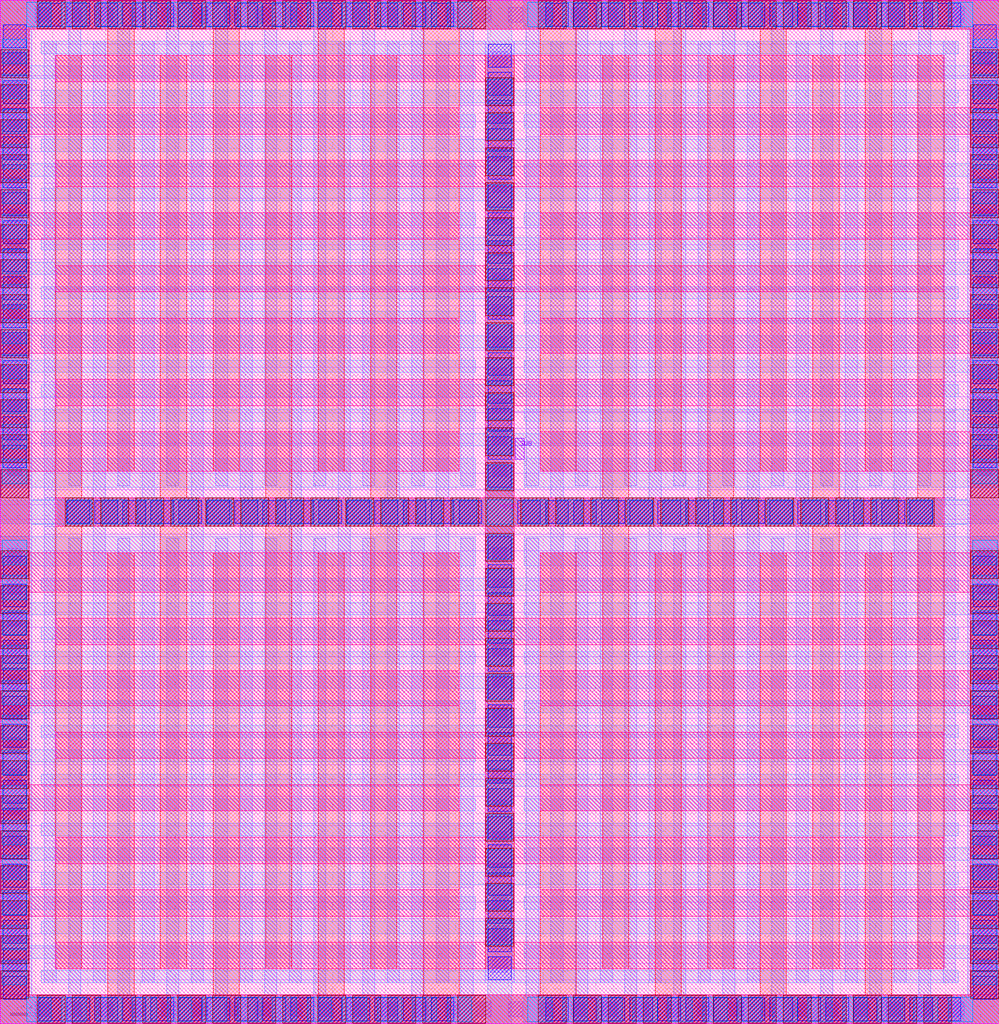
<source format=lef>
# Copyright 2020 The SkyWater PDK Authors
#
# Licensed under the Apache License, Version 2.0 (the "License");
# you may not use this file except in compliance with the License.
# You may obtain a copy of the License at
#
#     https://www.apache.org/licenses/LICENSE-2.0
#
# Unless required by applicable law or agreed to in writing, software
# distributed under the License is distributed on an "AS IS" BASIS,
# WITHOUT WARRANTIES OR CONDITIONS OF ANY KIND, either express or implied.
# See the License for the specific language governing permissions and
# limitations under the License.
#
# SPDX-License-Identifier: Apache-2.0

VERSION 5.7 ;
  NOWIREEXTENSIONATPIN ON ;
  DIVIDERCHAR "/" ;
  BUSBITCHARS "[]" ;
MACRO sky130_fd_pr__cap_vpp_11p5x11p7_l1m1m2m3m4_shieldm5
  CLASS BLOCK ;
  FOREIGN sky130_fd_pr__cap_vpp_11p5x11p7_l1m1m2m3m4_shieldm5 ;
  ORIGIN  0.000000  0.000000 ;
  SIZE  11.41000 BY  11.69000 ;
  PIN C0
    PORT
      LAYER met4 ;
        RECT  0.000000  0.000000 11.410000  0.330000 ;
        RECT  0.000000  0.330000  0.330000  1.230000 ;
        RECT  0.000000  1.230000  5.240000  1.530000 ;
        RECT  0.000000  1.530000  0.330000  2.430000 ;
        RECT  0.000000  2.430000  5.240000  2.730000 ;
        RECT  0.000000  2.730000  0.330000  3.630000 ;
        RECT  0.000000  3.630000  5.240000  4.030000 ;
        RECT  0.000000  4.030000  0.330000  4.930000 ;
        RECT  0.000000  4.930000  5.240000  5.380000 ;
        RECT  0.000000  5.380000  0.330000  6.310000 ;
        RECT  0.000000  6.310000  5.240000  6.760000 ;
        RECT  0.000000  6.760000  0.330000  7.660000 ;
        RECT  0.000000  7.660000  5.240000  8.060000 ;
        RECT  0.000000  8.060000  0.330000  8.960000 ;
        RECT  0.000000  8.960000  5.240000  9.260000 ;
        RECT  0.000000  9.260000  0.330000 10.160000 ;
        RECT  0.000000 10.160000  5.240000 10.460000 ;
        RECT  0.000000 10.460000  0.330000 11.360000 ;
        RECT  0.000000 11.360000 11.410000 11.690000 ;
        RECT  6.170000  1.230000 11.410000  1.530000 ;
        RECT  6.170000  2.430000 11.410000  2.730000 ;
        RECT  6.170000  3.630000 11.410000  4.030000 ;
        RECT  6.170000  4.930000 11.410000  5.380000 ;
        RECT  6.170000  6.310000 11.410000  6.760000 ;
        RECT  6.170000  7.660000 11.410000  8.060000 ;
        RECT  6.170000  8.960000 11.410000  9.260000 ;
        RECT  6.170000 10.160000 11.410000 10.460000 ;
        RECT 11.080000  0.330000 11.410000  1.230000 ;
        RECT 11.080000  1.530000 11.410000  2.430000 ;
        RECT 11.080000  2.730000 11.410000  3.630000 ;
        RECT 11.080000  4.030000 11.410000  4.930000 ;
        RECT 11.080000  5.380000 11.410000  6.310000 ;
        RECT 11.080000  6.760000 11.410000  7.660000 ;
        RECT 11.080000  8.060000 11.410000  8.960000 ;
        RECT 11.080000  9.260000 11.410000 10.160000 ;
        RECT 11.080000 10.460000 11.410000 11.360000 ;
    END
  END C0
  PIN C1
    PORT
      LAYER met4 ;
        RECT 0.630000  0.630000 10.780000  0.930000 ;
        RECT 0.630000  1.830000 10.780000  2.130000 ;
        RECT 0.630000  3.030000 10.780000  3.330000 ;
        RECT 0.630000  4.330000 10.780000  4.630000 ;
        RECT 0.630000  5.680000 10.780000  6.010000 ;
        RECT 0.630000  7.060000 10.780000  7.360000 ;
        RECT 0.630000  8.360000 10.780000  8.660000 ;
        RECT 0.630000  9.560000 10.780000  9.860000 ;
        RECT 0.630000 10.760000 10.780000 11.060000 ;
        RECT 5.540000  0.930000  5.870000  1.830000 ;
        RECT 5.540000  2.130000  5.870000  3.030000 ;
        RECT 5.540000  3.330000  5.870000  4.330000 ;
        RECT 5.540000  4.630000  5.870000  5.680000 ;
        RECT 5.540000  6.010000  5.870000  7.060000 ;
        RECT 5.540000  7.360000  5.870000  8.360000 ;
        RECT 5.540000  8.660000  5.870000  9.560000 ;
        RECT 5.540000  9.860000  5.870000 10.760000 ;
    END
  END C1
  PIN MET5
    PORT
      LAYER met5 ;
        RECT 0.000000 0.000000 11.410000 11.690000 ;
    END
  END MET5
  PIN SUB
    PORT
      LAYER pwell ;
        RECT 5.880000 6.445000 5.985000 6.690000 ;
    END
  END SUB
  OBS
    LAYER li1 ;
      RECT  0.000000  0.000000 11.410000  0.330000 ;
      RECT  0.000000  0.330000  0.330000  0.860000 ;
      RECT  0.000000  0.860000  5.400000  1.030000 ;
      RECT  0.000000  1.030000  0.330000  1.560000 ;
      RECT  0.000000  1.560000  5.400000  1.730000 ;
      RECT  0.000000  1.730000  0.330000  2.260000 ;
      RECT  0.000000  2.260000  5.400000  2.430000 ;
      RECT  0.000000  2.430000  0.330000  2.960000 ;
      RECT  0.000000  2.960000  5.400000  3.130000 ;
      RECT  0.000000  3.130000  0.330000  3.660000 ;
      RECT  0.000000  3.660000  5.400000  3.830000 ;
      RECT  0.000000  3.830000  0.330000  4.360000 ;
      RECT  0.000000  4.360000  5.400000  4.530000 ;
      RECT  0.000000  4.530000  0.330000  5.060000 ;
      RECT  0.000000  5.060000  5.400000  5.230000 ;
      RECT  0.000000  5.230000  0.330000  5.760000 ;
      RECT  0.000000  5.760000  5.400000  5.930000 ;
      RECT  0.000000  5.930000  0.330000  6.460000 ;
      RECT  0.000000  6.460000  5.400000  6.630000 ;
      RECT  0.000000  6.630000  0.330000  7.150000 ;
      RECT  0.000000  7.150000  5.400000  7.330000 ;
      RECT  0.000000  7.330000  0.330000  7.860000 ;
      RECT  0.000000  7.860000  5.400000  8.030000 ;
      RECT  0.000000  8.030000  0.330000  8.560000 ;
      RECT  0.000000  8.560000  5.400000  8.730000 ;
      RECT  0.000000  8.730000  0.330000  9.260000 ;
      RECT  0.000000  9.260000  5.400000  9.430000 ;
      RECT  0.000000  9.430000  0.330000  9.960000 ;
      RECT  0.000000  9.960000  5.400000 10.130000 ;
      RECT  0.000000 10.130000  0.330000 10.660000 ;
      RECT  0.000000 10.660000  5.400000 10.830000 ;
      RECT  0.000000 10.830000  0.330000 11.360000 ;
      RECT  0.000000 11.360000 11.410000 11.690000 ;
      RECT  0.500000  0.500000 10.905000  0.690000 ;
      RECT  0.500000  1.200000 10.905000  1.390000 ;
      RECT  0.500000  1.900000 10.905000  2.090000 ;
      RECT  0.500000  2.600000 10.905000  2.790000 ;
      RECT  0.500000  3.300000 10.905000  3.490000 ;
      RECT  0.500000  4.000000 10.905000  4.190000 ;
      RECT  0.500000  4.700000 10.905000  4.890000 ;
      RECT  0.500000  5.400000 10.905000  5.590000 ;
      RECT  0.500000  6.100000 10.905000  6.290000 ;
      RECT  0.500000  6.800000 10.905000  6.980000 ;
      RECT  0.500000  7.500000 10.905000  7.690000 ;
      RECT  0.500000  8.200000 10.905000  8.390000 ;
      RECT  0.500000  8.900000 10.905000  9.090000 ;
      RECT  0.500000  9.600000 10.905000  9.790000 ;
      RECT  0.500000 10.300000 10.905000 10.490000 ;
      RECT  0.500000 11.000000 10.905000 11.190000 ;
      RECT  5.570000  0.690000  5.840000  1.200000 ;
      RECT  5.570000  1.390000  5.840000  1.900000 ;
      RECT  5.570000  2.090000  5.840000  2.600000 ;
      RECT  5.570000  2.790000  5.840000  3.300000 ;
      RECT  5.570000  3.490000  5.840000  4.000000 ;
      RECT  5.570000  4.190000  5.840000  4.700000 ;
      RECT  5.570000  4.890000  5.840000  5.400000 ;
      RECT  5.570000  5.590000  5.840000  6.100000 ;
      RECT  5.570000  6.290000  5.840000  6.800000 ;
      RECT  5.570000  6.980000 10.905000  6.990000 ;
      RECT  5.570000  6.990000  5.840000  7.500000 ;
      RECT  5.570000  7.690000  5.840000  8.200000 ;
      RECT  5.570000  8.390000  5.840000  8.900000 ;
      RECT  5.570000  9.090000  5.840000  9.600000 ;
      RECT  5.570000  9.790000  5.840000 10.300000 ;
      RECT  5.570000 10.490000  5.840000 11.000000 ;
      RECT  6.010000  0.860000 11.410000  1.030000 ;
      RECT  6.010000  1.560000 11.410000  1.730000 ;
      RECT  6.010000  2.260000 11.410000  2.430000 ;
      RECT  6.010000  2.960000 11.410000  3.130000 ;
      RECT  6.010000  3.660000 11.410000  3.830000 ;
      RECT  6.010000  4.360000 11.410000  4.530000 ;
      RECT  6.010000  5.060000 11.410000  5.230000 ;
      RECT  6.010000  5.760000 11.410000  5.930000 ;
      RECT  6.010000  6.460000 11.410000  6.630000 ;
      RECT  6.010000  7.160000 11.410000  7.330000 ;
      RECT  6.010000  7.860000 11.410000  8.030000 ;
      RECT  6.010000  8.560000 11.410000  8.730000 ;
      RECT  6.010000  9.260000 11.410000  9.430000 ;
      RECT  6.010000  9.960000 11.410000 10.130000 ;
      RECT  6.010000 10.660000 11.410000 10.830000 ;
      RECT 11.080000  0.330000 11.410000  0.860000 ;
      RECT 11.080000  1.030000 11.410000  1.560000 ;
      RECT 11.080000  1.730000 11.410000  2.260000 ;
      RECT 11.080000  2.430000 11.410000  2.960000 ;
      RECT 11.080000  3.130000 11.410000  3.660000 ;
      RECT 11.080000  3.830000 11.410000  4.360000 ;
      RECT 11.080000  4.530000 11.410000  5.060000 ;
      RECT 11.080000  5.230000 11.410000  5.760000 ;
      RECT 11.080000  5.930000 11.410000  6.460000 ;
      RECT 11.080000  6.630000 11.410000  7.160000 ;
      RECT 11.080000  7.330000 11.410000  7.860000 ;
      RECT 11.080000  8.030000 11.410000  8.560000 ;
      RECT 11.080000  8.730000 11.410000  9.260000 ;
      RECT 11.080000  9.430000 11.410000  9.960000 ;
      RECT 11.080000 10.130000 11.410000 10.660000 ;
      RECT 11.080000 10.830000 11.410000 11.360000 ;
    LAYER mcon ;
      RECT  0.080000  0.580000  0.250000  0.750000 ;
      RECT  0.080000  0.940000  0.250000  1.110000 ;
      RECT  0.080000  1.300000  0.250000  1.470000 ;
      RECT  0.080000  1.660000  0.250000  1.830000 ;
      RECT  0.080000  2.020000  0.250000  2.190000 ;
      RECT  0.080000  2.380000  0.250000  2.550000 ;
      RECT  0.080000  2.740000  0.250000  2.910000 ;
      RECT  0.080000  3.100000  0.250000  3.270000 ;
      RECT  0.080000  3.460000  0.250000  3.630000 ;
      RECT  0.080000  3.820000  0.250000  3.990000 ;
      RECT  0.080000  4.180000  0.250000  4.350000 ;
      RECT  0.080000  4.540000  0.250000  4.710000 ;
      RECT  0.080000  4.900000  0.250000  5.070000 ;
      RECT  0.080000  5.260000  0.250000  5.430000 ;
      RECT  0.080000  6.260000  0.250000  6.430000 ;
      RECT  0.080000  6.620000  0.250000  6.790000 ;
      RECT  0.080000  6.980000  0.250000  7.150000 ;
      RECT  0.080000  7.340000  0.250000  7.510000 ;
      RECT  0.080000  7.700000  0.250000  7.870000 ;
      RECT  0.080000  8.060000  0.250000  8.230000 ;
      RECT  0.080000  8.420000  0.250000  8.590000 ;
      RECT  0.080000  8.780000  0.250000  8.950000 ;
      RECT  0.080000  9.140000  0.250000  9.310000 ;
      RECT  0.080000  9.500000  0.250000  9.670000 ;
      RECT  0.080000  9.860000  0.250000 10.030000 ;
      RECT  0.080000 10.220000  0.250000 10.390000 ;
      RECT  0.080000 10.580000  0.250000 10.750000 ;
      RECT  0.080000 10.940000  0.250000 11.110000 ;
      RECT  0.400000  0.080000  0.570000  0.250000 ;
      RECT  0.400000 11.440000  0.570000 11.610000 ;
      RECT  0.760000  0.080000  0.930000  0.250000 ;
      RECT  0.760000 11.440000  0.930000 11.610000 ;
      RECT  1.120000  0.080000  1.290000  0.250000 ;
      RECT  1.120000 11.440000  1.290000 11.610000 ;
      RECT  1.480000  0.080000  1.650000  0.250000 ;
      RECT  1.480000 11.440000  1.650000 11.610000 ;
      RECT  1.840000  0.080000  2.010000  0.250000 ;
      RECT  1.840000 11.440000  2.010000 11.610000 ;
      RECT  2.200000  0.080000  2.370000  0.250000 ;
      RECT  2.200000 11.440000  2.370000 11.610000 ;
      RECT  2.560000  0.080000  2.730000  0.250000 ;
      RECT  2.560000 11.440000  2.730000 11.610000 ;
      RECT  2.920000  0.080000  3.090000  0.250000 ;
      RECT  2.920000 11.440000  3.090000 11.610000 ;
      RECT  3.280000  0.080000  3.450000  0.250000 ;
      RECT  3.280000 11.440000  3.450000 11.610000 ;
      RECT  3.640000  0.080000  3.810000  0.250000 ;
      RECT  3.640000 11.440000  3.810000 11.610000 ;
      RECT  4.000000  0.080000  4.170000  0.250000 ;
      RECT  4.000000 11.440000  4.170000 11.610000 ;
      RECT  4.360000  0.080000  4.530000  0.250000 ;
      RECT  4.360000 11.440000  4.530000 11.610000 ;
      RECT  4.720000  0.080000  4.890000  0.250000 ;
      RECT  4.720000 11.440000  4.890000 11.610000 ;
      RECT  5.080000  0.080000  5.250000  0.250000 ;
      RECT  5.080000 11.440000  5.250000 11.610000 ;
      RECT  5.440000  0.080000  5.610000  0.250000 ;
      RECT  5.440000 11.440000  5.610000 11.610000 ;
      RECT  5.620000  0.590000  5.790000  0.760000 ;
      RECT  5.620000  0.950000  5.790000  1.120000 ;
      RECT  5.620000  1.310000  5.790000  1.480000 ;
      RECT  5.620000  1.670000  5.790000  1.840000 ;
      RECT  5.620000  2.030000  5.790000  2.200000 ;
      RECT  5.620000  2.390000  5.790000  2.560000 ;
      RECT  5.620000  2.750000  5.790000  2.920000 ;
      RECT  5.620000  3.110000  5.790000  3.280000 ;
      RECT  5.620000  3.470000  5.790000  3.640000 ;
      RECT  5.620000  3.830000  5.790000  4.000000 ;
      RECT  5.620000  4.190000  5.790000  4.360000 ;
      RECT  5.620000  4.550000  5.790000  4.720000 ;
      RECT  5.620000  4.910000  5.790000  5.080000 ;
      RECT  5.620000  5.270000  5.790000  5.440000 ;
      RECT  5.620000  6.250000  5.790000  6.420000 ;
      RECT  5.620000  6.610000  5.790000  6.780000 ;
      RECT  5.620000  6.970000  5.790000  7.140000 ;
      RECT  5.620000  7.330000  5.790000  7.500000 ;
      RECT  5.620000  7.690000  5.790000  7.860000 ;
      RECT  5.620000  8.050000  5.790000  8.220000 ;
      RECT  5.620000  8.410000  5.790000  8.580000 ;
      RECT  5.620000  8.770000  5.790000  8.940000 ;
      RECT  5.620000  9.130000  5.790000  9.300000 ;
      RECT  5.620000  9.490000  5.790000  9.660000 ;
      RECT  5.620000  9.850000  5.790000 10.020000 ;
      RECT  5.620000 10.210000  5.790000 10.380000 ;
      RECT  5.620000 10.570000  5.790000 10.740000 ;
      RECT  5.620000 10.930000  5.790000 11.100000 ;
      RECT  5.800000  0.080000  5.970000  0.250000 ;
      RECT  5.800000 11.440000  5.970000 11.610000 ;
      RECT  6.160000  0.080000  6.330000  0.250000 ;
      RECT  6.160000 11.440000  6.330000 11.610000 ;
      RECT  6.520000  0.080000  6.690000  0.250000 ;
      RECT  6.520000 11.440000  6.690000 11.610000 ;
      RECT  6.880000  0.080000  7.050000  0.250000 ;
      RECT  6.880000 11.440000  7.050000 11.610000 ;
      RECT  7.240000  0.080000  7.410000  0.250000 ;
      RECT  7.240000 11.440000  7.410000 11.610000 ;
      RECT  7.600000  0.080000  7.770000  0.250000 ;
      RECT  7.600000 11.440000  7.770000 11.610000 ;
      RECT  7.960000  0.080000  8.130000  0.250000 ;
      RECT  7.960000 11.440000  8.130000 11.610000 ;
      RECT  8.320000  0.080000  8.490000  0.250000 ;
      RECT  8.320000 11.440000  8.490000 11.610000 ;
      RECT  8.680000  0.080000  8.850000  0.250000 ;
      RECT  8.680000 11.440000  8.850000 11.610000 ;
      RECT  9.040000  0.080000  9.210000  0.250000 ;
      RECT  9.040000 11.440000  9.210000 11.610000 ;
      RECT  9.400000  0.080000  9.570000  0.250000 ;
      RECT  9.400000 11.440000  9.570000 11.610000 ;
      RECT  9.760000  0.080000  9.930000  0.250000 ;
      RECT  9.760000 11.440000  9.930000 11.610000 ;
      RECT 10.120000  0.080000 10.290000  0.250000 ;
      RECT 10.120000 11.440000 10.290000 11.610000 ;
      RECT 10.480000  0.080000 10.650000  0.250000 ;
      RECT 10.480000 11.440000 10.650000 11.610000 ;
      RECT 10.840000  0.080000 11.010000  0.250000 ;
      RECT 10.840000 11.440000 11.010000 11.610000 ;
      RECT 11.160000  0.580000 11.330000  0.750000 ;
      RECT 11.160000  0.940000 11.330000  1.110000 ;
      RECT 11.160000  1.300000 11.330000  1.470000 ;
      RECT 11.160000  1.660000 11.330000  1.830000 ;
      RECT 11.160000  2.020000 11.330000  2.190000 ;
      RECT 11.160000  2.380000 11.330000  2.550000 ;
      RECT 11.160000  2.740000 11.330000  2.910000 ;
      RECT 11.160000  3.100000 11.330000  3.270000 ;
      RECT 11.160000  3.460000 11.330000  3.630000 ;
      RECT 11.160000  3.820000 11.330000  3.990000 ;
      RECT 11.160000  4.180000 11.330000  4.350000 ;
      RECT 11.160000  4.540000 11.330000  4.710000 ;
      RECT 11.160000  4.900000 11.330000  5.070000 ;
      RECT 11.160000  5.260000 11.330000  5.430000 ;
      RECT 11.160000  6.260000 11.330000  6.430000 ;
      RECT 11.160000  6.620000 11.330000  6.790000 ;
      RECT 11.160000  6.980000 11.330000  7.150000 ;
      RECT 11.160000  7.340000 11.330000  7.510000 ;
      RECT 11.160000  7.700000 11.330000  7.870000 ;
      RECT 11.160000  8.060000 11.330000  8.230000 ;
      RECT 11.160000  8.420000 11.330000  8.590000 ;
      RECT 11.160000  8.780000 11.330000  8.950000 ;
      RECT 11.160000  9.140000 11.330000  9.310000 ;
      RECT 11.160000  9.500000 11.330000  9.670000 ;
      RECT 11.160000  9.860000 11.330000 10.030000 ;
      RECT 11.160000 10.220000 11.330000 10.390000 ;
      RECT 11.160000 10.580000 11.330000 10.750000 ;
      RECT 11.160000 10.940000 11.330000 11.110000 ;
    LAYER met1 ;
      RECT  0.000000  0.000000 11.410000  0.330000 ;
      RECT  0.000000  0.330000  0.360000 11.360000 ;
      RECT  0.000000 11.360000 11.410000 11.690000 ;
      RECT  0.500000  0.470000  0.640000  5.685000 ;
      RECT  0.500000  5.685000 10.910000  6.005000 ;
      RECT  0.500000  6.005000  0.640000 11.220000 ;
      RECT  0.780000  0.330000  0.920000  5.545000 ;
      RECT  0.780000  6.145000  0.920000 11.360000 ;
      RECT  1.060000  0.470000  1.200000  5.685000 ;
      RECT  1.060000  6.005000  1.200000 11.220000 ;
      RECT  1.340000  0.330000  1.480000  5.545000 ;
      RECT  1.340000  6.145000  1.480000 11.360000 ;
      RECT  1.620000  0.470000  1.760000  5.685000 ;
      RECT  1.620000  6.005000  1.760000 11.220000 ;
      RECT  1.900000  0.330000  2.040000  5.545000 ;
      RECT  1.900000  6.145000  2.040000 11.360000 ;
      RECT  2.180000  0.470000  2.320000  5.685000 ;
      RECT  2.180000  6.005000  2.320000 11.220000 ;
      RECT  2.460000  0.330000  2.600000  5.545000 ;
      RECT  2.460000  6.145000  2.600000 11.360000 ;
      RECT  2.740000  0.470000  2.880000  5.685000 ;
      RECT  2.740000  6.005000  2.880000 11.220000 ;
      RECT  3.020000  0.330000  3.160000  5.545000 ;
      RECT  3.020000  6.145000  3.160000 11.360000 ;
      RECT  3.300000  0.470000  3.440000  5.685000 ;
      RECT  3.300000  6.005000  3.440000 11.220000 ;
      RECT  3.580000  0.330000  3.720000  5.545000 ;
      RECT  3.580000  6.145000  3.720000 11.360000 ;
      RECT  3.860000  0.470000  4.000000  5.685000 ;
      RECT  3.860000  6.005000  4.000000 11.220000 ;
      RECT  4.140000  0.330000  4.280000  5.545000 ;
      RECT  4.140000  6.145000  4.280000 11.360000 ;
      RECT  4.420000  0.470000  4.560000  5.685000 ;
      RECT  4.420000  6.005000  4.560000 11.220000 ;
      RECT  4.700000  0.330000  4.840000  5.545000 ;
      RECT  4.700000  6.145000  4.840000 11.360000 ;
      RECT  4.980000  0.470000  5.120000  5.685000 ;
      RECT  4.980000  6.005000  5.120000 11.220000 ;
      RECT  5.260000  0.330000  5.400000  5.545000 ;
      RECT  5.260000  6.145000  5.400000 11.360000 ;
      RECT  5.540000  0.470000  5.870000  5.685000 ;
      RECT  5.540000  6.005000  5.870000 11.220000 ;
      RECT  6.010000  0.330000  6.150000  5.545000 ;
      RECT  6.010000  6.145000  6.150000 11.360000 ;
      RECT  6.290000  0.470000  6.430000  5.685000 ;
      RECT  6.290000  6.005000  6.430000 11.220000 ;
      RECT  6.570000  0.330000  6.710000  5.545000 ;
      RECT  6.570000  6.145000  6.710000 11.360000 ;
      RECT  6.850000  0.470000  6.990000  5.685000 ;
      RECT  6.850000  6.005000  6.990000 11.220000 ;
      RECT  7.130000  0.330000  7.270000  5.545000 ;
      RECT  7.130000  6.145000  7.270000 11.360000 ;
      RECT  7.410000  0.470000  7.550000  5.685000 ;
      RECT  7.410000  6.005000  7.550000 11.220000 ;
      RECT  7.690000  0.330000  7.830000  5.545000 ;
      RECT  7.690000  6.145000  7.830000 11.360000 ;
      RECT  7.970000  0.470000  8.110000  5.685000 ;
      RECT  7.970000  6.005000  8.110000 11.220000 ;
      RECT  8.250000  0.330000  8.390000  5.545000 ;
      RECT  8.250000  6.145000  8.390000 11.360000 ;
      RECT  8.530000  0.470000  8.670000  5.685000 ;
      RECT  8.530000  6.005000  8.670000 11.220000 ;
      RECT  8.810000  0.330000  8.950000  5.545000 ;
      RECT  8.810000  6.145000  8.950000 11.360000 ;
      RECT  9.090000  0.470000  9.230000  5.685000 ;
      RECT  9.090000  6.005000  9.230000 11.220000 ;
      RECT  9.370000  0.330000  9.510000  5.545000 ;
      RECT  9.370000  6.145000  9.510000 11.360000 ;
      RECT  9.650000  0.470000  9.790000  5.685000 ;
      RECT  9.650000  6.005000  9.790000 11.220000 ;
      RECT  9.930000  0.330000 10.070000  5.545000 ;
      RECT  9.930000  6.145000 10.070000 11.360000 ;
      RECT 10.210000  0.470000 10.350000  5.685000 ;
      RECT 10.210000  6.005000 10.350000 11.220000 ;
      RECT 10.490000  0.330000 10.630000  5.545000 ;
      RECT 10.490000  6.145000 10.630000 11.360000 ;
      RECT 10.770000  0.470000 10.910000  5.685000 ;
      RECT 10.770000  6.005000 10.910000 11.220000 ;
      RECT 11.050000  0.330000 11.410000 11.360000 ;
    LAYER met2 ;
      RECT  0.000000  0.000000  5.430000  0.330000 ;
      RECT  0.000000  0.330000  0.330000  0.750000 ;
      RECT  0.000000  0.750000  5.425000  0.890000 ;
      RECT  0.000000  0.890000  0.330000  1.310000 ;
      RECT  0.000000  1.310000  5.425000  1.450000 ;
      RECT  0.000000  1.450000  0.330000  1.870000 ;
      RECT  0.000000  1.870000  5.425000  2.010000 ;
      RECT  0.000000  2.010000  0.330000  2.430000 ;
      RECT  0.000000  2.430000  5.425000  2.570000 ;
      RECT  0.000000  2.570000  0.330000  2.990000 ;
      RECT  0.000000  2.990000  5.425000  3.130000 ;
      RECT  0.000000  3.130000  0.330000  3.550000 ;
      RECT  0.000000  3.550000  5.425000  3.690000 ;
      RECT  0.000000  3.690000  0.330000  4.110000 ;
      RECT  0.000000  4.110000  5.425000  4.250000 ;
      RECT  0.000000  4.250000  0.330000  4.670000 ;
      RECT  0.000000  4.670000  5.425000  4.810000 ;
      RECT  0.000000  4.810000  0.330000  5.230000 ;
      RECT  0.000000  5.230000  5.425000  5.565000 ;
      RECT  0.000000  5.565000  0.330000  5.570000 ;
      RECT  0.000000  5.710000 11.410000  5.980000 ;
      RECT  0.000000  6.120000  0.330000  6.125000 ;
      RECT  0.000000  6.125000  5.425000  6.460000 ;
      RECT  0.000000  6.460000  0.330000  6.880000 ;
      RECT  0.000000  6.880000  5.425000  7.020000 ;
      RECT  0.000000  7.020000  0.330000  7.440000 ;
      RECT  0.000000  7.440000  5.425000  7.580000 ;
      RECT  0.000000  7.580000  0.330000  8.000000 ;
      RECT  0.000000  8.000000  5.425000  8.140000 ;
      RECT  0.000000  8.140000  0.330000  8.560000 ;
      RECT  0.000000  8.560000  5.425000  8.700000 ;
      RECT  0.000000  8.700000  0.330000  9.120000 ;
      RECT  0.000000  9.120000  5.425000  9.260000 ;
      RECT  0.000000  9.260000  0.330000  9.680000 ;
      RECT  0.000000  9.680000  5.425000  9.820000 ;
      RECT  0.000000  9.820000  0.330000 10.240000 ;
      RECT  0.000000 10.240000  5.425000 10.380000 ;
      RECT  0.000000 10.380000  0.330000 10.800000 ;
      RECT  0.000000 10.800000  5.425000 10.940000 ;
      RECT  0.000000 10.940000  0.330000 11.360000 ;
      RECT  0.000000 11.360000  5.430000 11.690000 ;
      RECT  0.370000  5.705000 11.040000  5.710000 ;
      RECT  0.370000  5.980000 11.040000  5.985000 ;
      RECT  0.470000  0.470000 10.940000  0.610000 ;
      RECT  0.470000  1.030000 10.940000  1.170000 ;
      RECT  0.470000  1.590000 10.940000  1.730000 ;
      RECT  0.470000  2.150000 10.940000  2.290000 ;
      RECT  0.470000  2.710000 10.940000  2.850000 ;
      RECT  0.470000  3.270000 10.940000  3.410000 ;
      RECT  0.470000  3.830000 10.940000  3.970000 ;
      RECT  0.470000  4.390000 10.940000  4.530000 ;
      RECT  0.470000  4.950000 10.940000  5.090000 ;
      RECT  0.470000  6.600000 10.940000  6.740000 ;
      RECT  0.470000  7.160000 10.940000  7.300000 ;
      RECT  0.470000  7.720000 10.940000  7.860000 ;
      RECT  0.470000  8.280000 10.940000  8.420000 ;
      RECT  0.470000  8.840000 10.940000  8.980000 ;
      RECT  0.470000  9.400000 10.940000  9.540000 ;
      RECT  0.470000  9.960000 10.940000 10.100000 ;
      RECT  0.470000 10.520000 10.940000 10.660000 ;
      RECT  0.470000 11.080000 10.940000 11.220000 ;
      RECT  5.565000  0.610000  5.845000  1.030000 ;
      RECT  5.565000  1.170000  5.845000  1.590000 ;
      RECT  5.565000  1.730000  5.845000  2.150000 ;
      RECT  5.565000  2.290000  5.845000  2.710000 ;
      RECT  5.565000  2.850000  5.845000  3.270000 ;
      RECT  5.565000  3.410000  5.845000  3.830000 ;
      RECT  5.565000  3.970000  5.845000  4.390000 ;
      RECT  5.565000  4.530000  5.845000  4.950000 ;
      RECT  5.565000  5.090000  5.845000  5.705000 ;
      RECT  5.565000  5.985000  5.845000  6.600000 ;
      RECT  5.565000  6.740000  5.845000  7.160000 ;
      RECT  5.565000  7.300000  5.845000  7.720000 ;
      RECT  5.565000  7.860000  5.845000  8.280000 ;
      RECT  5.565000  8.420000  5.845000  8.840000 ;
      RECT  5.565000  8.980000  5.845000  9.400000 ;
      RECT  5.565000  9.540000  5.845000  9.960000 ;
      RECT  5.565000 10.100000  5.845000 10.520000 ;
      RECT  5.565000 10.660000  5.845000 11.080000 ;
      RECT  5.570000  0.000000  5.840000  0.470000 ;
      RECT  5.570000 11.220000  5.840000 11.690000 ;
      RECT  5.980000  0.000000 11.410000  0.330000 ;
      RECT  5.980000 11.360000 11.410000 11.690000 ;
      RECT  5.985000  0.750000 11.410000  0.890000 ;
      RECT  5.985000  1.310000 11.410000  1.450000 ;
      RECT  5.985000  1.870000 11.410000  2.010000 ;
      RECT  5.985000  2.430000 11.410000  2.570000 ;
      RECT  5.985000  2.990000 11.410000  3.130000 ;
      RECT  5.985000  3.550000 11.410000  3.690000 ;
      RECT  5.985000  4.110000 11.410000  4.250000 ;
      RECT  5.985000  4.670000 11.410000  4.810000 ;
      RECT  5.985000  5.230000 11.410000  5.565000 ;
      RECT  5.985000  6.125000 11.410000  6.460000 ;
      RECT  5.985000  6.880000 11.410000  7.020000 ;
      RECT  5.985000  7.440000 11.410000  7.580000 ;
      RECT  5.985000  8.000000 11.410000  8.140000 ;
      RECT  5.985000  8.560000 11.410000  8.700000 ;
      RECT  5.985000  9.120000 11.410000  9.260000 ;
      RECT  5.985000  9.680000 11.410000  9.820000 ;
      RECT  5.985000 10.240000 11.410000 10.380000 ;
      RECT  5.985000 10.800000 11.410000 10.940000 ;
      RECT 11.080000  0.330000 11.410000  0.750000 ;
      RECT 11.080000  0.890000 11.410000  1.310000 ;
      RECT 11.080000  1.450000 11.410000  1.870000 ;
      RECT 11.080000  2.010000 11.410000  2.430000 ;
      RECT 11.080000  2.570000 11.410000  2.990000 ;
      RECT 11.080000  3.130000 11.410000  3.550000 ;
      RECT 11.080000  3.690000 11.410000  4.110000 ;
      RECT 11.080000  4.250000 11.410000  4.670000 ;
      RECT 11.080000  4.810000 11.410000  5.230000 ;
      RECT 11.080000  5.565000 11.410000  5.570000 ;
      RECT 11.080000  6.120000 11.410000  6.125000 ;
      RECT 11.080000  6.460000 11.410000  6.880000 ;
      RECT 11.080000  7.020000 11.410000  7.440000 ;
      RECT 11.080000  7.580000 11.410000  8.000000 ;
      RECT 11.080000  8.140000 11.410000  8.560000 ;
      RECT 11.080000  8.700000 11.410000  9.120000 ;
      RECT 11.080000  9.260000 11.410000  9.680000 ;
      RECT 11.080000  9.820000 11.410000 10.240000 ;
      RECT 11.080000 10.380000 11.410000 10.800000 ;
      RECT 11.080000 10.940000 11.410000 11.360000 ;
    LAYER met3 ;
      RECT  0.000000  0.000000 11.410000  0.330000 ;
      RECT  0.000000  0.330000  0.330000 11.360000 ;
      RECT  0.000000 11.360000 11.410000 11.690000 ;
      RECT  0.630000  0.630000  0.930000  5.680000 ;
      RECT  0.630000  5.680000 10.780000  6.010000 ;
      RECT  0.630000  6.010000  0.930000 11.060000 ;
      RECT  1.230000  0.330000  1.530000  5.380000 ;
      RECT  1.230000  6.310000  1.530000 11.360000 ;
      RECT  1.830000  0.630000  2.130000  5.680000 ;
      RECT  1.830000  6.010000  2.130000 11.060000 ;
      RECT  2.430000  0.330000  2.730000  5.380000 ;
      RECT  2.430000  6.310000  2.730000 11.360000 ;
      RECT  3.030000  0.630000  3.330000  5.680000 ;
      RECT  3.030000  6.010000  3.330000 11.060000 ;
      RECT  3.630000  0.330000  3.930000  5.380000 ;
      RECT  3.630000  6.310000  3.930000 11.360000 ;
      RECT  4.230000  0.630000  4.530000  5.680000 ;
      RECT  4.230000  6.010000  4.530000 11.060000 ;
      RECT  4.830000  0.330000  5.240000  5.380000 ;
      RECT  4.830000  6.310000  5.240000 11.360000 ;
      RECT  5.540000  0.630000  5.870000  5.680000 ;
      RECT  5.540000  6.010000  5.870000 11.060000 ;
      RECT  6.170000  0.330000  6.580000  5.380000 ;
      RECT  6.170000  6.310000  6.580000 11.360000 ;
      RECT  6.880000  0.630000  7.180000  5.680000 ;
      RECT  6.880000  6.010000  7.180000 11.060000 ;
      RECT  7.480000  0.330000  7.780000  5.380000 ;
      RECT  7.480000  6.310000  7.780000 11.360000 ;
      RECT  8.080000  0.630000  8.380000  5.680000 ;
      RECT  8.080000  6.010000  8.380000 11.060000 ;
      RECT  8.680000  0.330000  8.980000  5.380000 ;
      RECT  8.680000  6.310000  8.980000 11.360000 ;
      RECT  9.280000  0.630000  9.580000  5.680000 ;
      RECT  9.280000  6.010000  9.580000 11.060000 ;
      RECT  9.880000  0.330000 10.180000  5.380000 ;
      RECT  9.880000  6.310000 10.180000 11.360000 ;
      RECT 10.480000  0.630000 10.780000  5.680000 ;
      RECT 10.480000  6.010000 10.780000 11.060000 ;
      RECT 11.080000  0.330000 11.410000 11.360000 ;
    LAYER via ;
      RECT  0.035000  0.280000  0.295000  0.540000 ;
      RECT  0.035000  0.600000  0.295000  0.860000 ;
      RECT  0.035000  0.920000  0.295000  1.180000 ;
      RECT  0.035000  1.240000  0.295000  1.500000 ;
      RECT  0.035000  1.560000  0.295000  1.820000 ;
      RECT  0.035000  1.880000  0.295000  2.140000 ;
      RECT  0.035000  2.200000  0.295000  2.460000 ;
      RECT  0.035000  2.520000  0.295000  2.780000 ;
      RECT  0.035000  2.840000  0.295000  3.100000 ;
      RECT  0.035000  3.160000  0.295000  3.420000 ;
      RECT  0.035000  3.480000  0.295000  3.740000 ;
      RECT  0.035000  3.800000  0.295000  4.060000 ;
      RECT  0.035000  4.120000  0.295000  4.380000 ;
      RECT  0.035000  4.440000  0.295000  4.700000 ;
      RECT  0.035000  4.760000  0.295000  5.020000 ;
      RECT  0.035000  5.080000  0.295000  5.340000 ;
      RECT  0.035000  6.350000  0.295000  6.610000 ;
      RECT  0.035000  6.670000  0.295000  6.930000 ;
      RECT  0.035000  6.990000  0.295000  7.250000 ;
      RECT  0.035000  7.310000  0.295000  7.570000 ;
      RECT  0.035000  7.630000  0.295000  7.890000 ;
      RECT  0.035000  7.950000  0.295000  8.210000 ;
      RECT  0.035000  8.270000  0.295000  8.530000 ;
      RECT  0.035000  8.590000  0.295000  8.850000 ;
      RECT  0.035000  8.910000  0.295000  9.170000 ;
      RECT  0.035000  9.230000  0.295000  9.490000 ;
      RECT  0.035000  9.550000  0.295000  9.810000 ;
      RECT  0.035000  9.870000  0.295000 10.130000 ;
      RECT  0.035000 10.190000  0.295000 10.450000 ;
      RECT  0.035000 10.510000  0.295000 10.770000 ;
      RECT  0.035000 10.830000  0.295000 11.090000 ;
      RECT  0.035000 11.150000  0.295000 11.410000 ;
      RECT  0.440000  0.035000  0.700000  0.295000 ;
      RECT  0.440000 11.395000  0.700000 11.655000 ;
      RECT  0.760000  0.035000  1.020000  0.295000 ;
      RECT  0.760000  5.715000  1.020000  5.975000 ;
      RECT  0.760000 11.395000  1.020000 11.655000 ;
      RECT  1.080000  0.035000  1.340000  0.295000 ;
      RECT  1.080000  5.715000  1.340000  5.975000 ;
      RECT  1.080000 11.395000  1.340000 11.655000 ;
      RECT  1.400000  0.035000  1.660000  0.295000 ;
      RECT  1.400000  5.715000  1.660000  5.975000 ;
      RECT  1.400000 11.395000  1.660000 11.655000 ;
      RECT  1.720000  0.035000  1.980000  0.295000 ;
      RECT  1.720000  5.715000  1.980000  5.975000 ;
      RECT  1.720000 11.395000  1.980000 11.655000 ;
      RECT  2.040000  0.035000  2.300000  0.295000 ;
      RECT  2.040000  5.715000  2.300000  5.975000 ;
      RECT  2.040000 11.395000  2.300000 11.655000 ;
      RECT  2.360000  0.035000  2.620000  0.295000 ;
      RECT  2.360000  5.715000  2.620000  5.975000 ;
      RECT  2.360000 11.395000  2.620000 11.655000 ;
      RECT  2.680000  0.035000  2.940000  0.295000 ;
      RECT  2.680000  5.715000  2.940000  5.975000 ;
      RECT  2.680000 11.395000  2.940000 11.655000 ;
      RECT  3.000000  0.035000  3.260000  0.295000 ;
      RECT  3.000000  5.715000  3.260000  5.975000 ;
      RECT  3.000000 11.395000  3.260000 11.655000 ;
      RECT  3.320000  0.035000  3.580000  0.295000 ;
      RECT  3.320000  5.715000  3.580000  5.975000 ;
      RECT  3.320000 11.395000  3.580000 11.655000 ;
      RECT  3.640000  0.035000  3.900000  0.295000 ;
      RECT  3.640000  5.715000  3.900000  5.975000 ;
      RECT  3.640000 11.395000  3.900000 11.655000 ;
      RECT  3.960000  0.035000  4.220000  0.295000 ;
      RECT  3.960000  5.715000  4.220000  5.975000 ;
      RECT  3.960000 11.395000  4.220000 11.655000 ;
      RECT  4.280000  0.035000  4.540000  0.295000 ;
      RECT  4.280000  5.715000  4.540000  5.975000 ;
      RECT  4.280000 11.395000  4.540000 11.655000 ;
      RECT  4.600000  0.035000  4.860000  0.295000 ;
      RECT  4.600000  5.715000  4.860000  5.975000 ;
      RECT  4.600000 11.395000  4.860000 11.655000 ;
      RECT  4.920000  0.035000  5.180000  0.295000 ;
      RECT  4.920000  5.715000  5.180000  5.975000 ;
      RECT  4.920000 11.395000  5.180000 11.655000 ;
      RECT  5.240000  5.715000  5.500000  5.975000 ;
      RECT  5.575000  0.505000  5.835000  0.765000 ;
      RECT  5.575000  0.825000  5.835000  1.085000 ;
      RECT  5.575000  1.145000  5.835000  1.405000 ;
      RECT  5.575000  1.465000  5.835000  1.725000 ;
      RECT  5.575000  1.785000  5.835000  2.045000 ;
      RECT  5.575000  2.105000  5.835000  2.365000 ;
      RECT  5.575000  2.425000  5.835000  2.685000 ;
      RECT  5.575000  2.745000  5.835000  3.005000 ;
      RECT  5.575000  3.065000  5.835000  3.325000 ;
      RECT  5.575000  3.385000  5.835000  3.645000 ;
      RECT  5.575000  3.705000  5.835000  3.965000 ;
      RECT  5.575000  4.025000  5.835000  4.285000 ;
      RECT  5.575000  4.345000  5.835000  4.605000 ;
      RECT  5.575000  4.665000  5.835000  4.925000 ;
      RECT  5.575000  4.985000  5.835000  5.245000 ;
      RECT  5.575000  5.305000  5.835000  5.565000 ;
      RECT  5.575000  6.125000  5.835000  6.385000 ;
      RECT  5.575000  6.445000  5.835000  6.705000 ;
      RECT  5.575000  6.765000  5.835000  7.025000 ;
      RECT  5.575000  7.085000  5.835000  7.345000 ;
      RECT  5.575000  7.405000  5.835000  7.665000 ;
      RECT  5.575000  7.725000  5.835000  7.985000 ;
      RECT  5.575000  8.045000  5.835000  8.305000 ;
      RECT  5.575000  8.365000  5.835000  8.625000 ;
      RECT  5.575000  8.685000  5.835000  8.945000 ;
      RECT  5.575000  9.005000  5.835000  9.265000 ;
      RECT  5.575000  9.325000  5.835000  9.585000 ;
      RECT  5.575000  9.645000  5.835000  9.905000 ;
      RECT  5.575000  9.965000  5.835000 10.225000 ;
      RECT  5.575000 10.285000  5.835000 10.545000 ;
      RECT  5.575000 10.605000  5.835000 10.865000 ;
      RECT  5.575000 10.925000  5.835000 11.185000 ;
      RECT  5.910000  5.715000  6.170000  5.975000 ;
      RECT  6.230000  0.035000  6.490000  0.295000 ;
      RECT  6.230000  5.715000  6.490000  5.975000 ;
      RECT  6.230000 11.395000  6.490000 11.655000 ;
      RECT  6.550000  0.035000  6.810000  0.295000 ;
      RECT  6.550000  5.715000  6.810000  5.975000 ;
      RECT  6.550000 11.395000  6.810000 11.655000 ;
      RECT  6.870000  0.035000  7.130000  0.295000 ;
      RECT  6.870000  5.715000  7.130000  5.975000 ;
      RECT  6.870000 11.395000  7.130000 11.655000 ;
      RECT  7.190000  0.035000  7.450000  0.295000 ;
      RECT  7.190000  5.715000  7.450000  5.975000 ;
      RECT  7.190000 11.395000  7.450000 11.655000 ;
      RECT  7.510000  0.035000  7.770000  0.295000 ;
      RECT  7.510000  5.715000  7.770000  5.975000 ;
      RECT  7.510000 11.395000  7.770000 11.655000 ;
      RECT  7.830000  0.035000  8.090000  0.295000 ;
      RECT  7.830000  5.715000  8.090000  5.975000 ;
      RECT  7.830000 11.395000  8.090000 11.655000 ;
      RECT  8.150000  0.035000  8.410000  0.295000 ;
      RECT  8.150000  5.715000  8.410000  5.975000 ;
      RECT  8.150000 11.395000  8.410000 11.655000 ;
      RECT  8.470000  0.035000  8.730000  0.295000 ;
      RECT  8.470000  5.715000  8.730000  5.975000 ;
      RECT  8.470000 11.395000  8.730000 11.655000 ;
      RECT  8.790000  0.035000  9.050000  0.295000 ;
      RECT  8.790000  5.715000  9.050000  5.975000 ;
      RECT  8.790000 11.395000  9.050000 11.655000 ;
      RECT  9.110000  0.035000  9.370000  0.295000 ;
      RECT  9.110000  5.715000  9.370000  5.975000 ;
      RECT  9.110000 11.395000  9.370000 11.655000 ;
      RECT  9.430000  0.035000  9.690000  0.295000 ;
      RECT  9.430000  5.715000  9.690000  5.975000 ;
      RECT  9.430000 11.395000  9.690000 11.655000 ;
      RECT  9.750000  0.035000 10.010000  0.295000 ;
      RECT  9.750000  5.715000 10.010000  5.975000 ;
      RECT  9.750000 11.395000 10.010000 11.655000 ;
      RECT 10.070000  0.035000 10.330000  0.295000 ;
      RECT 10.070000  5.715000 10.330000  5.975000 ;
      RECT 10.070000 11.395000 10.330000 11.655000 ;
      RECT 10.390000  0.035000 10.650000  0.295000 ;
      RECT 10.390000  5.715000 10.650000  5.975000 ;
      RECT 10.390000 11.395000 10.650000 11.655000 ;
      RECT 10.710000  0.035000 10.970000  0.295000 ;
      RECT 10.710000 11.395000 10.970000 11.655000 ;
      RECT 11.115000  0.280000 11.375000  0.540000 ;
      RECT 11.115000  0.600000 11.375000  0.860000 ;
      RECT 11.115000  0.920000 11.375000  1.180000 ;
      RECT 11.115000  1.240000 11.375000  1.500000 ;
      RECT 11.115000  1.560000 11.375000  1.820000 ;
      RECT 11.115000  1.880000 11.375000  2.140000 ;
      RECT 11.115000  2.200000 11.375000  2.460000 ;
      RECT 11.115000  2.520000 11.375000  2.780000 ;
      RECT 11.115000  2.840000 11.375000  3.100000 ;
      RECT 11.115000  3.160000 11.375000  3.420000 ;
      RECT 11.115000  3.480000 11.375000  3.740000 ;
      RECT 11.115000  3.800000 11.375000  4.060000 ;
      RECT 11.115000  4.120000 11.375000  4.380000 ;
      RECT 11.115000  4.440000 11.375000  4.700000 ;
      RECT 11.115000  4.760000 11.375000  5.020000 ;
      RECT 11.115000  5.080000 11.375000  5.340000 ;
      RECT 11.115000  6.350000 11.375000  6.610000 ;
      RECT 11.115000  6.670000 11.375000  6.930000 ;
      RECT 11.115000  6.990000 11.375000  7.250000 ;
      RECT 11.115000  7.310000 11.375000  7.570000 ;
      RECT 11.115000  7.630000 11.375000  7.890000 ;
      RECT 11.115000  7.950000 11.375000  8.210000 ;
      RECT 11.115000  8.270000 11.375000  8.530000 ;
      RECT 11.115000  8.590000 11.375000  8.850000 ;
      RECT 11.115000  8.910000 11.375000  9.170000 ;
      RECT 11.115000  9.230000 11.375000  9.490000 ;
      RECT 11.115000  9.550000 11.375000  9.810000 ;
      RECT 11.115000  9.870000 11.375000 10.130000 ;
      RECT 11.115000 10.190000 11.375000 10.450000 ;
      RECT 11.115000 10.510000 11.375000 10.770000 ;
      RECT 11.115000 10.830000 11.375000 11.090000 ;
      RECT 11.115000 11.150000 11.375000 11.410000 ;
    LAYER via2 ;
      RECT  0.025000  0.445000  0.305000  0.725000 ;
      RECT  0.025000  0.845000  0.305000  1.125000 ;
      RECT  0.025000  1.245000  0.305000  1.525000 ;
      RECT  0.025000  1.645000  0.305000  1.925000 ;
      RECT  0.025000  2.045000  0.305000  2.325000 ;
      RECT  0.025000  2.445000  0.305000  2.725000 ;
      RECT  0.025000  2.845000  0.305000  3.125000 ;
      RECT  0.025000  3.245000  0.305000  3.525000 ;
      RECT  0.025000  3.645000  0.305000  3.925000 ;
      RECT  0.025000  4.045000  0.305000  4.325000 ;
      RECT  0.025000  4.445000  0.305000  4.725000 ;
      RECT  0.025000  4.845000  0.305000  5.125000 ;
      RECT  0.025000  5.245000  0.305000  5.525000 ;
      RECT  0.025000  6.165000  0.305000  6.445000 ;
      RECT  0.025000  6.565000  0.305000  6.845000 ;
      RECT  0.025000  6.965000  0.305000  7.245000 ;
      RECT  0.025000  7.365000  0.305000  7.645000 ;
      RECT  0.025000  7.765000  0.305000  8.045000 ;
      RECT  0.025000  8.165000  0.305000  8.445000 ;
      RECT  0.025000  8.565000  0.305000  8.845000 ;
      RECT  0.025000  8.965000  0.305000  9.245000 ;
      RECT  0.025000  9.365000  0.305000  9.645000 ;
      RECT  0.025000  9.765000  0.305000 10.045000 ;
      RECT  0.025000 10.165000  0.305000 10.445000 ;
      RECT  0.025000 10.565000  0.305000 10.845000 ;
      RECT  0.025000 10.965000  0.305000 11.245000 ;
      RECT  0.305000  0.025000  0.585000  0.305000 ;
      RECT  0.305000 11.385000  0.585000 11.665000 ;
      RECT  0.705000  0.025000  0.985000  0.305000 ;
      RECT  0.705000 11.385000  0.985000 11.665000 ;
      RECT  0.765000  5.705000  1.045000  5.985000 ;
      RECT  1.105000  0.025000  1.385000  0.305000 ;
      RECT  1.105000 11.385000  1.385000 11.665000 ;
      RECT  1.165000  5.705000  1.445000  5.985000 ;
      RECT  1.505000  0.025000  1.785000  0.305000 ;
      RECT  1.505000 11.385000  1.785000 11.665000 ;
      RECT  1.565000  5.705000  1.845000  5.985000 ;
      RECT  1.905000  0.025000  2.185000  0.305000 ;
      RECT  1.905000 11.385000  2.185000 11.665000 ;
      RECT  1.965000  5.705000  2.245000  5.985000 ;
      RECT  2.305000  0.025000  2.585000  0.305000 ;
      RECT  2.305000 11.385000  2.585000 11.665000 ;
      RECT  2.365000  5.705000  2.645000  5.985000 ;
      RECT  2.705000  0.025000  2.985000  0.305000 ;
      RECT  2.705000 11.385000  2.985000 11.665000 ;
      RECT  2.765000  5.705000  3.045000  5.985000 ;
      RECT  3.105000  0.025000  3.385000  0.305000 ;
      RECT  3.105000 11.385000  3.385000 11.665000 ;
      RECT  3.165000  5.705000  3.445000  5.985000 ;
      RECT  3.505000  0.025000  3.785000  0.305000 ;
      RECT  3.505000 11.385000  3.785000 11.665000 ;
      RECT  3.565000  5.705000  3.845000  5.985000 ;
      RECT  3.905000  0.025000  4.185000  0.305000 ;
      RECT  3.905000 11.385000  4.185000 11.665000 ;
      RECT  3.965000  5.705000  4.245000  5.985000 ;
      RECT  4.305000  0.025000  4.585000  0.305000 ;
      RECT  4.305000 11.385000  4.585000 11.665000 ;
      RECT  4.365000  5.705000  4.645000  5.985000 ;
      RECT  4.705000  0.025000  4.985000  0.305000 ;
      RECT  4.705000 11.385000  4.985000 11.665000 ;
      RECT  4.765000  5.705000  5.045000  5.985000 ;
      RECT  5.105000  0.025000  5.385000  0.305000 ;
      RECT  5.105000 11.385000  5.385000 11.665000 ;
      RECT  5.165000  5.705000  5.445000  5.985000 ;
      RECT  5.565000  0.905000  5.845000  1.185000 ;
      RECT  5.565000  1.305000  5.845000  1.585000 ;
      RECT  5.565000  1.705000  5.845000  1.985000 ;
      RECT  5.565000  2.105000  5.845000  2.385000 ;
      RECT  5.565000  2.505000  5.845000  2.785000 ;
      RECT  5.565000  2.905000  5.845000  3.185000 ;
      RECT  5.565000  3.305000  5.845000  3.585000 ;
      RECT  5.565000  3.705000  5.845000  3.985000 ;
      RECT  5.565000  4.105000  5.845000  4.385000 ;
      RECT  5.565000  4.505000  5.845000  4.785000 ;
      RECT  5.565000  4.905000  5.845000  5.185000 ;
      RECT  5.565000  5.305000  5.845000  5.585000 ;
      RECT  5.565000  5.705000  5.845000  5.985000 ;
      RECT  5.565000  6.105000  5.845000  6.385000 ;
      RECT  5.565000  6.505000  5.845000  6.785000 ;
      RECT  5.565000  6.905000  5.845000  7.185000 ;
      RECT  5.565000  7.305000  5.845000  7.585000 ;
      RECT  5.565000  7.705000  5.845000  7.985000 ;
      RECT  5.565000  8.105000  5.845000  8.385000 ;
      RECT  5.565000  8.505000  5.845000  8.785000 ;
      RECT  5.565000  8.905000  5.845000  9.185000 ;
      RECT  5.565000  9.305000  5.845000  9.585000 ;
      RECT  5.565000  9.705000  5.845000  9.985000 ;
      RECT  5.565000 10.105000  5.845000 10.385000 ;
      RECT  5.565000 10.505000  5.845000 10.785000 ;
      RECT  5.965000  5.705000  6.245000  5.985000 ;
      RECT  6.025000  0.025000  6.305000  0.305000 ;
      RECT  6.025000 11.385000  6.305000 11.665000 ;
      RECT  6.365000  5.705000  6.645000  5.985000 ;
      RECT  6.425000  0.025000  6.705000  0.305000 ;
      RECT  6.425000 11.385000  6.705000 11.665000 ;
      RECT  6.765000  5.705000  7.045000  5.985000 ;
      RECT  6.825000  0.025000  7.105000  0.305000 ;
      RECT  6.825000 11.385000  7.105000 11.665000 ;
      RECT  7.165000  5.705000  7.445000  5.985000 ;
      RECT  7.225000  0.025000  7.505000  0.305000 ;
      RECT  7.225000 11.385000  7.505000 11.665000 ;
      RECT  7.565000  5.705000  7.845000  5.985000 ;
      RECT  7.625000  0.025000  7.905000  0.305000 ;
      RECT  7.625000 11.385000  7.905000 11.665000 ;
      RECT  7.965000  5.705000  8.245000  5.985000 ;
      RECT  8.025000  0.025000  8.305000  0.305000 ;
      RECT  8.025000 11.385000  8.305000 11.665000 ;
      RECT  8.365000  5.705000  8.645000  5.985000 ;
      RECT  8.425000  0.025000  8.705000  0.305000 ;
      RECT  8.425000 11.385000  8.705000 11.665000 ;
      RECT  8.765000  5.705000  9.045000  5.985000 ;
      RECT  8.825000  0.025000  9.105000  0.305000 ;
      RECT  8.825000 11.385000  9.105000 11.665000 ;
      RECT  9.165000  5.705000  9.445000  5.985000 ;
      RECT  9.225000  0.025000  9.505000  0.305000 ;
      RECT  9.225000 11.385000  9.505000 11.665000 ;
      RECT  9.565000  5.705000  9.845000  5.985000 ;
      RECT  9.625000  0.025000  9.905000  0.305000 ;
      RECT  9.625000 11.385000  9.905000 11.665000 ;
      RECT  9.965000  5.705000 10.245000  5.985000 ;
      RECT 10.025000  0.025000 10.305000  0.305000 ;
      RECT 10.025000 11.385000 10.305000 11.665000 ;
      RECT 10.365000  5.705000 10.645000  5.985000 ;
      RECT 10.425000  0.025000 10.705000  0.305000 ;
      RECT 10.425000 11.385000 10.705000 11.665000 ;
      RECT 10.825000  0.025000 11.105000  0.305000 ;
      RECT 10.825000 11.385000 11.105000 11.665000 ;
      RECT 11.105000  0.445000 11.385000  0.725000 ;
      RECT 11.105000  0.845000 11.385000  1.125000 ;
      RECT 11.105000  1.245000 11.385000  1.525000 ;
      RECT 11.105000  1.645000 11.385000  1.925000 ;
      RECT 11.105000  2.045000 11.385000  2.325000 ;
      RECT 11.105000  2.445000 11.385000  2.725000 ;
      RECT 11.105000  2.845000 11.385000  3.125000 ;
      RECT 11.105000  3.245000 11.385000  3.525000 ;
      RECT 11.105000  3.645000 11.385000  3.925000 ;
      RECT 11.105000  4.045000 11.385000  4.325000 ;
      RECT 11.105000  4.445000 11.385000  4.725000 ;
      RECT 11.105000  4.845000 11.385000  5.125000 ;
      RECT 11.105000  5.245000 11.385000  5.525000 ;
      RECT 11.105000  6.165000 11.385000  6.445000 ;
      RECT 11.105000  6.565000 11.385000  6.845000 ;
      RECT 11.105000  6.965000 11.385000  7.245000 ;
      RECT 11.105000  7.365000 11.385000  7.645000 ;
      RECT 11.105000  7.765000 11.385000  8.045000 ;
      RECT 11.105000  8.165000 11.385000  8.445000 ;
      RECT 11.105000  8.565000 11.385000  8.845000 ;
      RECT 11.105000  8.965000 11.385000  9.245000 ;
      RECT 11.105000  9.365000 11.385000  9.645000 ;
      RECT 11.105000  9.765000 11.385000 10.045000 ;
      RECT 11.105000 10.165000 11.385000 10.445000 ;
      RECT 11.105000 10.565000 11.385000 10.845000 ;
      RECT 11.105000 10.965000 11.385000 11.245000 ;
    LAYER via3 ;
      RECT  0.005000  0.285000  0.325000  0.605000 ;
      RECT  0.005000  0.685000  0.325000  1.005000 ;
      RECT  0.005000  1.085000  0.325000  1.405000 ;
      RECT  0.005000  1.485000  0.325000  1.805000 ;
      RECT  0.005000  1.885000  0.325000  2.205000 ;
      RECT  0.005000  2.285000  0.325000  2.605000 ;
      RECT  0.005000  2.685000  0.325000  3.005000 ;
      RECT  0.005000  3.085000  0.325000  3.405000 ;
      RECT  0.005000  3.485000  0.325000  3.805000 ;
      RECT  0.005000  3.885000  0.325000  4.205000 ;
      RECT  0.005000  4.285000  0.325000  4.605000 ;
      RECT  0.005000  4.685000  0.325000  5.005000 ;
      RECT  0.005000  5.085000  0.325000  5.405000 ;
      RECT  0.005000  6.005000  0.325000  6.325000 ;
      RECT  0.005000  6.405000  0.325000  6.725000 ;
      RECT  0.005000  6.805000  0.325000  7.125000 ;
      RECT  0.005000  7.205000  0.325000  7.525000 ;
      RECT  0.005000  7.605000  0.325000  7.925000 ;
      RECT  0.005000  8.005000  0.325000  8.325000 ;
      RECT  0.005000  8.405000  0.325000  8.725000 ;
      RECT  0.005000  8.805000  0.325000  9.125000 ;
      RECT  0.005000  9.205000  0.325000  9.525000 ;
      RECT  0.005000  9.605000  0.325000  9.925000 ;
      RECT  0.005000 10.005000  0.325000 10.325000 ;
      RECT  0.005000 10.405000  0.325000 10.725000 ;
      RECT  0.005000 10.805000  0.325000 11.125000 ;
      RECT  0.425000  0.005000  0.745000  0.325000 ;
      RECT  0.425000 11.365000  0.745000 11.685000 ;
      RECT  0.745000  5.685000  1.065000  6.005000 ;
      RECT  0.825000  0.005000  1.145000  0.325000 ;
      RECT  0.825000 11.365000  1.145000 11.685000 ;
      RECT  1.145000  5.685000  1.465000  6.005000 ;
      RECT  1.225000  0.005000  1.545000  0.325000 ;
      RECT  1.225000 11.365000  1.545000 11.685000 ;
      RECT  1.545000  5.685000  1.865000  6.005000 ;
      RECT  1.625000  0.005000  1.945000  0.325000 ;
      RECT  1.625000 11.365000  1.945000 11.685000 ;
      RECT  1.945000  5.685000  2.265000  6.005000 ;
      RECT  2.025000  0.005000  2.345000  0.325000 ;
      RECT  2.025000 11.365000  2.345000 11.685000 ;
      RECT  2.345000  5.685000  2.665000  6.005000 ;
      RECT  2.425000  0.005000  2.745000  0.325000 ;
      RECT  2.425000 11.365000  2.745000 11.685000 ;
      RECT  2.745000  5.685000  3.065000  6.005000 ;
      RECT  2.825000  0.005000  3.145000  0.325000 ;
      RECT  2.825000 11.365000  3.145000 11.685000 ;
      RECT  3.145000  5.685000  3.465000  6.005000 ;
      RECT  3.225000  0.005000  3.545000  0.325000 ;
      RECT  3.225000 11.365000  3.545000 11.685000 ;
      RECT  3.545000  5.685000  3.865000  6.005000 ;
      RECT  3.625000  0.005000  3.945000  0.325000 ;
      RECT  3.625000 11.365000  3.945000 11.685000 ;
      RECT  3.945000  5.685000  4.265000  6.005000 ;
      RECT  4.025000  0.005000  4.345000  0.325000 ;
      RECT  4.025000 11.365000  4.345000 11.685000 ;
      RECT  4.345000  5.685000  4.665000  6.005000 ;
      RECT  4.425000  0.005000  4.745000  0.325000 ;
      RECT  4.425000 11.365000  4.745000 11.685000 ;
      RECT  4.745000  5.685000  5.065000  6.005000 ;
      RECT  4.825000  0.005000  5.145000  0.325000 ;
      RECT  4.825000 11.365000  5.145000 11.685000 ;
      RECT  5.145000  5.685000  5.465000  6.005000 ;
      RECT  5.225000  0.005000  5.545000  0.325000 ;
      RECT  5.225000 11.365000  5.545000 11.685000 ;
      RECT  5.545000  0.885000  5.865000  1.205000 ;
      RECT  5.545000  1.285000  5.865000  1.605000 ;
      RECT  5.545000  1.685000  5.865000  2.005000 ;
      RECT  5.545000  2.085000  5.865000  2.405000 ;
      RECT  5.545000  2.485000  5.865000  2.805000 ;
      RECT  5.545000  2.885000  5.865000  3.205000 ;
      RECT  5.545000  3.285000  5.865000  3.605000 ;
      RECT  5.545000  3.685000  5.865000  4.005000 ;
      RECT  5.545000  4.085000  5.865000  4.405000 ;
      RECT  5.545000  4.485000  5.865000  4.805000 ;
      RECT  5.545000  4.885000  5.865000  5.205000 ;
      RECT  5.545000  5.285000  5.865000  5.605000 ;
      RECT  5.545000  5.685000  5.865000  6.005000 ;
      RECT  5.545000  6.085000  5.865000  6.405000 ;
      RECT  5.545000  6.485000  5.865000  6.805000 ;
      RECT  5.545000  6.885000  5.865000  7.205000 ;
      RECT  5.545000  7.285000  5.865000  7.605000 ;
      RECT  5.545000  7.685000  5.865000  8.005000 ;
      RECT  5.545000  8.085000  5.865000  8.405000 ;
      RECT  5.545000  8.485000  5.865000  8.805000 ;
      RECT  5.545000  8.885000  5.865000  9.205000 ;
      RECT  5.545000  9.285000  5.865000  9.605000 ;
      RECT  5.545000  9.685000  5.865000 10.005000 ;
      RECT  5.545000 10.085000  5.865000 10.405000 ;
      RECT  5.545000 10.485000  5.865000 10.805000 ;
      RECT  5.945000  5.685000  6.265000  6.005000 ;
      RECT  6.145000  0.005000  6.465000  0.325000 ;
      RECT  6.145000 11.365000  6.465000 11.685000 ;
      RECT  6.345000  5.685000  6.665000  6.005000 ;
      RECT  6.545000  0.005000  6.865000  0.325000 ;
      RECT  6.545000 11.365000  6.865000 11.685000 ;
      RECT  6.745000  5.685000  7.065000  6.005000 ;
      RECT  6.945000  0.005000  7.265000  0.325000 ;
      RECT  6.945000 11.365000  7.265000 11.685000 ;
      RECT  7.145000  5.685000  7.465000  6.005000 ;
      RECT  7.345000  0.005000  7.665000  0.325000 ;
      RECT  7.345000 11.365000  7.665000 11.685000 ;
      RECT  7.545000  5.685000  7.865000  6.005000 ;
      RECT  7.745000  0.005000  8.065000  0.325000 ;
      RECT  7.745000 11.365000  8.065000 11.685000 ;
      RECT  7.945000  5.685000  8.265000  6.005000 ;
      RECT  8.145000  0.005000  8.465000  0.325000 ;
      RECT  8.145000 11.365000  8.465000 11.685000 ;
      RECT  8.345000  5.685000  8.665000  6.005000 ;
      RECT  8.545000  0.005000  8.865000  0.325000 ;
      RECT  8.545000 11.365000  8.865000 11.685000 ;
      RECT  8.745000  5.685000  9.065000  6.005000 ;
      RECT  8.945000  0.005000  9.265000  0.325000 ;
      RECT  8.945000 11.365000  9.265000 11.685000 ;
      RECT  9.145000  5.685000  9.465000  6.005000 ;
      RECT  9.345000  0.005000  9.665000  0.325000 ;
      RECT  9.345000 11.365000  9.665000 11.685000 ;
      RECT  9.545000  5.685000  9.865000  6.005000 ;
      RECT  9.745000  0.005000 10.065000  0.325000 ;
      RECT  9.745000 11.365000 10.065000 11.685000 ;
      RECT  9.945000  5.685000 10.265000  6.005000 ;
      RECT 10.145000  0.005000 10.465000  0.325000 ;
      RECT 10.145000 11.365000 10.465000 11.685000 ;
      RECT 10.345000  5.685000 10.665000  6.005000 ;
      RECT 10.545000  0.005000 10.865000  0.325000 ;
      RECT 10.545000 11.365000 10.865000 11.685000 ;
      RECT 11.085000  0.285000 11.405000  0.605000 ;
      RECT 11.085000  0.685000 11.405000  1.005000 ;
      RECT 11.085000  1.085000 11.405000  1.405000 ;
      RECT 11.085000  1.485000 11.405000  1.805000 ;
      RECT 11.085000  1.885000 11.405000  2.205000 ;
      RECT 11.085000  2.285000 11.405000  2.605000 ;
      RECT 11.085000  2.685000 11.405000  3.005000 ;
      RECT 11.085000  3.085000 11.405000  3.405000 ;
      RECT 11.085000  3.485000 11.405000  3.805000 ;
      RECT 11.085000  3.885000 11.405000  4.205000 ;
      RECT 11.085000  4.285000 11.405000  4.605000 ;
      RECT 11.085000  4.685000 11.405000  5.005000 ;
      RECT 11.085000  5.085000 11.405000  5.405000 ;
      RECT 11.085000  6.005000 11.405000  6.325000 ;
      RECT 11.085000  6.405000 11.405000  6.725000 ;
      RECT 11.085000  6.805000 11.405000  7.125000 ;
      RECT 11.085000  7.205000 11.405000  7.525000 ;
      RECT 11.085000  7.605000 11.405000  7.925000 ;
      RECT 11.085000  8.005000 11.405000  8.325000 ;
      RECT 11.085000  8.405000 11.405000  8.725000 ;
      RECT 11.085000  8.805000 11.405000  9.125000 ;
      RECT 11.085000  9.205000 11.405000  9.525000 ;
      RECT 11.085000  9.605000 11.405000  9.925000 ;
      RECT 11.085000 10.005000 11.405000 10.325000 ;
      RECT 11.085000 10.405000 11.405000 10.725000 ;
      RECT 11.085000 10.805000 11.405000 11.125000 ;
  END
END sky130_fd_pr__cap_vpp_11p5x11p7_l1m1m2m3m4_shieldm5
END LIBRARY

</source>
